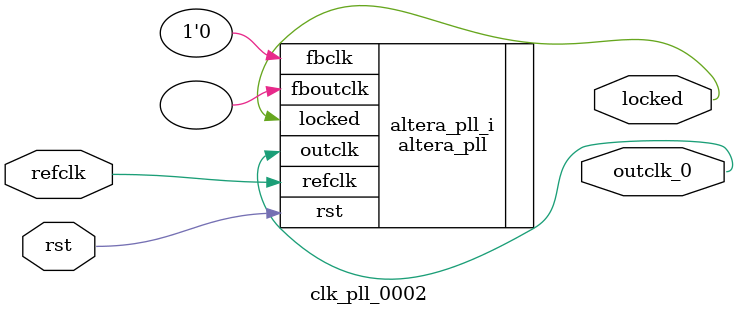
<source format=v>
`timescale 1ns/10ps
module  clk_pll_0002(

	// interface 'refclk'
	input wire refclk,

	// interface 'reset'
	input wire rst,

	// interface 'outclk0'
	output wire outclk_0,

	// interface 'locked'
	output wire locked
);

	altera_pll #(
		.fractional_vco_multiplier("false"),
		.reference_clock_frequency("50.0 MHz"),
		.operation_mode("direct"),
		.number_of_clocks(1),
		.output_clock_frequency0("18.000000 MHz"),
		.phase_shift0("0 ps"),
		.duty_cycle0(50),
		.output_clock_frequency1("0 MHz"),
		.phase_shift1("0 ps"),
		.duty_cycle1(50),
		.output_clock_frequency2("0 MHz"),
		.phase_shift2("0 ps"),
		.duty_cycle2(50),
		.output_clock_frequency3("0 MHz"),
		.phase_shift3("0 ps"),
		.duty_cycle3(50),
		.output_clock_frequency4("0 MHz"),
		.phase_shift4("0 ps"),
		.duty_cycle4(50),
		.output_clock_frequency5("0 MHz"),
		.phase_shift5("0 ps"),
		.duty_cycle5(50),
		.output_clock_frequency6("0 MHz"),
		.phase_shift6("0 ps"),
		.duty_cycle6(50),
		.output_clock_frequency7("0 MHz"),
		.phase_shift7("0 ps"),
		.duty_cycle7(50),
		.output_clock_frequency8("0 MHz"),
		.phase_shift8("0 ps"),
		.duty_cycle8(50),
		.output_clock_frequency9("0 MHz"),
		.phase_shift9("0 ps"),
		.duty_cycle9(50),
		.output_clock_frequency10("0 MHz"),
		.phase_shift10("0 ps"),
		.duty_cycle10(50),
		.output_clock_frequency11("0 MHz"),
		.phase_shift11("0 ps"),
		.duty_cycle11(50),
		.output_clock_frequency12("0 MHz"),
		.phase_shift12("0 ps"),
		.duty_cycle12(50),
		.output_clock_frequency13("0 MHz"),
		.phase_shift13("0 ps"),
		.duty_cycle13(50),
		.output_clock_frequency14("0 MHz"),
		.phase_shift14("0 ps"),
		.duty_cycle14(50),
		.output_clock_frequency15("0 MHz"),
		.phase_shift15("0 ps"),
		.duty_cycle15(50),
		.output_clock_frequency16("0 MHz"),
		.phase_shift16("0 ps"),
		.duty_cycle16(50),
		.output_clock_frequency17("0 MHz"),
		.phase_shift17("0 ps"),
		.duty_cycle17(50),
		.pll_type("General"),
		.pll_subtype("General")
	) altera_pll_i (
		.rst	(rst),
		.outclk	({outclk_0}),
		.locked	(locked),
		.fboutclk	( ),
		.fbclk	(1'b0),
		.refclk	(refclk)
	);
endmodule


</source>
